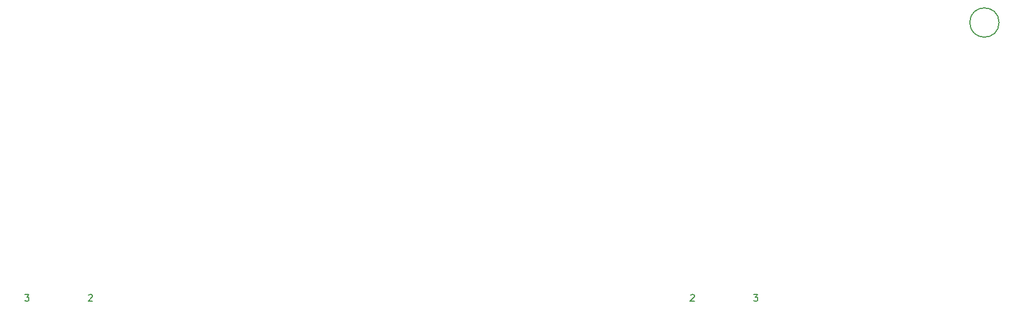
<source format=gbr>
%TF.GenerationSoftware,KiCad,Pcbnew,(7.0.0)*%
%TF.CreationDate,2024-04-29T17:21:40+02:00*%
%TF.ProjectId,LeSTMovoz revision,4c655354-4d6f-4766-9f7a-207265766973,rev?*%
%TF.SameCoordinates,Original*%
%TF.FileFunction,Other,Comment*%
%FSLAX46Y46*%
G04 Gerber Fmt 4.6, Leading zero omitted, Abs format (unit mm)*
G04 Created by KiCad (PCBNEW (7.0.0)) date 2024-04-29 17:21:40*
%MOMM*%
%LPD*%
G01*
G04 APERTURE LIST*
%ADD10C,0.150000*%
G04 APERTURE END LIST*
D10*
%TO.C,S1*%
X190214286Y-81822119D02*
X190261905Y-81774500D01*
X190261905Y-81774500D02*
X190357143Y-81726880D01*
X190357143Y-81726880D02*
X190595238Y-81726880D01*
X190595238Y-81726880D02*
X190690476Y-81774500D01*
X190690476Y-81774500D02*
X190738095Y-81822119D01*
X190738095Y-81822119D02*
X190785714Y-81917357D01*
X190785714Y-81917357D02*
X190785714Y-82012595D01*
X190785714Y-82012595D02*
X190738095Y-82155452D01*
X190738095Y-82155452D02*
X190166667Y-82726880D01*
X190166667Y-82726880D02*
X190785714Y-82726880D01*
%TO.C,S2*%
X199691667Y-81726880D02*
X200310714Y-81726880D01*
X200310714Y-81726880D02*
X199977381Y-82107833D01*
X199977381Y-82107833D02*
X200120238Y-82107833D01*
X200120238Y-82107833D02*
X200215476Y-82155452D01*
X200215476Y-82155452D02*
X200263095Y-82203071D01*
X200263095Y-82203071D02*
X200310714Y-82298309D01*
X200310714Y-82298309D02*
X200310714Y-82536404D01*
X200310714Y-82536404D02*
X200263095Y-82631642D01*
X200263095Y-82631642D02*
X200215476Y-82679261D01*
X200215476Y-82679261D02*
X200120238Y-82726880D01*
X200120238Y-82726880D02*
X199834524Y-82726880D01*
X199834524Y-82726880D02*
X199739286Y-82679261D01*
X199739286Y-82679261D02*
X199691667Y-82631642D01*
%TO.C,S3*%
X90154167Y-81726880D02*
X90773214Y-81726880D01*
X90773214Y-81726880D02*
X90439881Y-82107833D01*
X90439881Y-82107833D02*
X90582738Y-82107833D01*
X90582738Y-82107833D02*
X90677976Y-82155452D01*
X90677976Y-82155452D02*
X90725595Y-82203071D01*
X90725595Y-82203071D02*
X90773214Y-82298309D01*
X90773214Y-82298309D02*
X90773214Y-82536404D01*
X90773214Y-82536404D02*
X90725595Y-82631642D01*
X90725595Y-82631642D02*
X90677976Y-82679261D01*
X90677976Y-82679261D02*
X90582738Y-82726880D01*
X90582738Y-82726880D02*
X90297024Y-82726880D01*
X90297024Y-82726880D02*
X90201786Y-82679261D01*
X90201786Y-82679261D02*
X90154167Y-82631642D01*
%TO.C,S4*%
X99726786Y-81822119D02*
X99774405Y-81774500D01*
X99774405Y-81774500D02*
X99869643Y-81726880D01*
X99869643Y-81726880D02*
X100107738Y-81726880D01*
X100107738Y-81726880D02*
X100202976Y-81774500D01*
X100202976Y-81774500D02*
X100250595Y-81822119D01*
X100250595Y-81822119D02*
X100298214Y-81917357D01*
X100298214Y-81917357D02*
X100298214Y-82012595D01*
X100298214Y-82012595D02*
X100250595Y-82155452D01*
X100250595Y-82155452D02*
X99679167Y-82726880D01*
X99679167Y-82726880D02*
X100298214Y-82726880D01*
%TO.C,H6*%
X236587500Y-40736500D02*
G75*
G03*
X236587500Y-40736500I-2200000J0D01*
G01*
%TD*%
M02*

</source>
